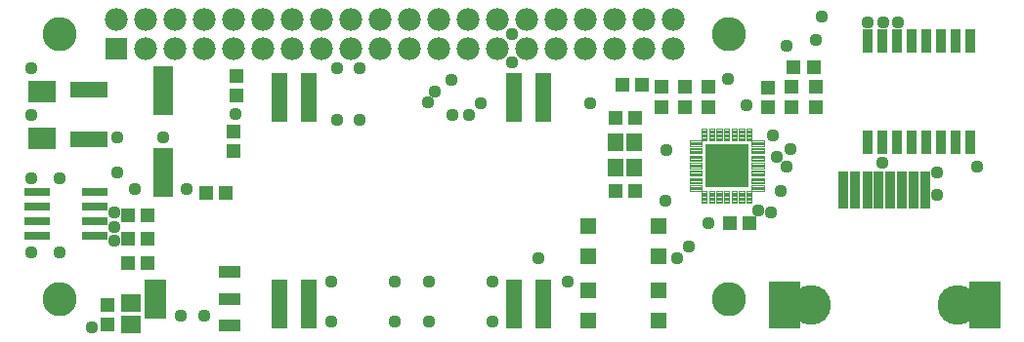
<source format=gts>
G75*
%MOIN*%
%OFA0B0*%
%FSLAX25Y25*%
%IPPOS*%
%LPD*%
%AMOC8*
5,1,8,0,0,1.08239X$1,22.5*
%
%ADD10R,0.05524X0.05524*%
%ADD11R,0.07099X0.16548*%
%ADD12R,0.04737X0.05131*%
%ADD13R,0.06706X0.05918*%
%ADD14R,0.05131X0.04737*%
%ADD15R,0.08600X0.03000*%
%ADD16R,0.09304X0.07808*%
%ADD17C,0.00436*%
%ADD18R,0.14638X0.14638*%
%ADD19R,0.12800X0.05800*%
%ADD20R,0.05524X0.06312*%
%ADD21R,0.07800X0.07800*%
%ADD22C,0.07800*%
%ADD23C,0.11627*%
%ADD24R,0.03202X0.12808*%
%ADD25R,0.10643X0.16154*%
%ADD26C,0.13595*%
%ADD27R,0.05721X0.16548*%
%ADD28R,0.07200X0.04300*%
%ADD29R,0.07200X0.13300*%
%ADD30R,0.03320X0.08320*%
%ADD31C,0.04369*%
D10*
X0244552Y0021297D03*
X0244552Y0031533D03*
X0244552Y0043383D03*
X0244552Y0053619D03*
X0268567Y0053619D03*
X0268567Y0043383D03*
X0268567Y0031533D03*
X0268567Y0021297D03*
D11*
X0099552Y0072163D03*
X0099552Y0100115D03*
D12*
X0124630Y0098265D03*
X0124630Y0104958D03*
X0123607Y0085982D03*
X0123607Y0079289D03*
X0120851Y0064958D03*
X0114158Y0064958D03*
X0094197Y0057281D03*
X0087504Y0057281D03*
X0087544Y0049210D03*
X0094237Y0049210D03*
X0094315Y0041100D03*
X0087623Y0041100D03*
X0080497Y0026533D03*
X0080497Y0019840D03*
X0256245Y0101887D03*
X0262937Y0101887D03*
X0269473Y0101178D03*
X0269473Y0094486D03*
D13*
X0088567Y0027320D03*
X0088567Y0019840D03*
D14*
X0253961Y0065706D03*
X0260654Y0065706D03*
X0292977Y0054643D03*
X0299670Y0054643D03*
X0260772Y0090706D03*
X0254079Y0090706D03*
X0277465Y0094486D03*
X0285536Y0094486D03*
X0285536Y0101178D03*
X0277465Y0101178D03*
X0305969Y0101100D03*
X0314079Y0101178D03*
X0322150Y0101178D03*
X0322150Y0094486D03*
X0314079Y0094486D03*
X0305969Y0094407D03*
X0314788Y0108029D03*
X0321481Y0108029D03*
D15*
X0076141Y0065371D03*
X0076141Y0060371D03*
X0076141Y0055371D03*
X0076141Y0050371D03*
X0056741Y0050371D03*
X0056741Y0055371D03*
X0056741Y0060371D03*
X0056741Y0065371D03*
D16*
X0058174Y0083738D03*
X0058174Y0099761D03*
D17*
X0279173Y0082876D02*
X0283237Y0082876D01*
X0283237Y0081134D01*
X0279173Y0081134D01*
X0279173Y0082876D01*
X0279173Y0081569D02*
X0283237Y0081569D01*
X0283237Y0082004D02*
X0279173Y0082004D01*
X0279173Y0082439D02*
X0283237Y0082439D01*
X0283237Y0082874D02*
X0279173Y0082874D01*
X0279173Y0080317D02*
X0283237Y0080317D01*
X0283237Y0078575D01*
X0279173Y0078575D01*
X0279173Y0080317D01*
X0279173Y0079010D02*
X0283237Y0079010D01*
X0283237Y0079445D02*
X0279173Y0079445D01*
X0279173Y0079880D02*
X0283237Y0079880D01*
X0283237Y0080315D02*
X0279173Y0080315D01*
X0279173Y0077758D02*
X0283237Y0077758D01*
X0283237Y0076016D01*
X0279173Y0076016D01*
X0279173Y0077758D01*
X0279173Y0076451D02*
X0283237Y0076451D01*
X0283237Y0076886D02*
X0279173Y0076886D01*
X0279173Y0077321D02*
X0283237Y0077321D01*
X0283237Y0077756D02*
X0279173Y0077756D01*
X0279173Y0075199D02*
X0283237Y0075199D01*
X0283237Y0073457D01*
X0279173Y0073457D01*
X0279173Y0075199D01*
X0279173Y0073892D02*
X0283237Y0073892D01*
X0283237Y0074327D02*
X0279173Y0074327D01*
X0279173Y0074762D02*
X0283237Y0074762D01*
X0283237Y0075197D02*
X0279173Y0075197D01*
X0279173Y0072640D02*
X0283237Y0072640D01*
X0283237Y0070898D01*
X0279173Y0070898D01*
X0279173Y0072640D01*
X0279173Y0071333D02*
X0283237Y0071333D01*
X0283237Y0071768D02*
X0279173Y0071768D01*
X0279173Y0072203D02*
X0283237Y0072203D01*
X0283237Y0072638D02*
X0279173Y0072638D01*
X0279173Y0070081D02*
X0283237Y0070081D01*
X0283237Y0068339D01*
X0279173Y0068339D01*
X0279173Y0070081D01*
X0279173Y0068774D02*
X0283237Y0068774D01*
X0283237Y0069209D02*
X0279173Y0069209D01*
X0279173Y0069644D02*
X0283237Y0069644D01*
X0283237Y0070079D02*
X0279173Y0070079D01*
X0279173Y0067522D02*
X0283237Y0067522D01*
X0283237Y0065780D01*
X0279173Y0065780D01*
X0279173Y0067522D01*
X0279173Y0066215D02*
X0283237Y0066215D01*
X0283237Y0066650D02*
X0279173Y0066650D01*
X0279173Y0067085D02*
X0283237Y0067085D01*
X0283237Y0067520D02*
X0279173Y0067520D01*
X0283287Y0065730D02*
X0285029Y0065730D01*
X0285029Y0061666D01*
X0283287Y0061666D01*
X0283287Y0065730D01*
X0283287Y0062101D02*
X0285029Y0062101D01*
X0285029Y0062536D02*
X0283287Y0062536D01*
X0283287Y0062971D02*
X0285029Y0062971D01*
X0285029Y0063406D02*
X0283287Y0063406D01*
X0283287Y0063841D02*
X0285029Y0063841D01*
X0285029Y0064276D02*
X0283287Y0064276D01*
X0283287Y0064711D02*
X0285029Y0064711D01*
X0285029Y0065146D02*
X0283287Y0065146D01*
X0283287Y0065581D02*
X0285029Y0065581D01*
X0285846Y0065730D02*
X0287588Y0065730D01*
X0287588Y0061666D01*
X0285846Y0061666D01*
X0285846Y0065730D01*
X0285846Y0062101D02*
X0287588Y0062101D01*
X0287588Y0062536D02*
X0285846Y0062536D01*
X0285846Y0062971D02*
X0287588Y0062971D01*
X0287588Y0063406D02*
X0285846Y0063406D01*
X0285846Y0063841D02*
X0287588Y0063841D01*
X0287588Y0064276D02*
X0285846Y0064276D01*
X0285846Y0064711D02*
X0287588Y0064711D01*
X0287588Y0065146D02*
X0285846Y0065146D01*
X0285846Y0065581D02*
X0287588Y0065581D01*
X0288405Y0065730D02*
X0290147Y0065730D01*
X0290147Y0061666D01*
X0288405Y0061666D01*
X0288405Y0065730D01*
X0288405Y0062101D02*
X0290147Y0062101D01*
X0290147Y0062536D02*
X0288405Y0062536D01*
X0288405Y0062971D02*
X0290147Y0062971D01*
X0290147Y0063406D02*
X0288405Y0063406D01*
X0288405Y0063841D02*
X0290147Y0063841D01*
X0290147Y0064276D02*
X0288405Y0064276D01*
X0288405Y0064711D02*
X0290147Y0064711D01*
X0290147Y0065146D02*
X0288405Y0065146D01*
X0288405Y0065581D02*
X0290147Y0065581D01*
X0290964Y0065730D02*
X0292706Y0065730D01*
X0292706Y0061666D01*
X0290964Y0061666D01*
X0290964Y0065730D01*
X0290964Y0062101D02*
X0292706Y0062101D01*
X0292706Y0062536D02*
X0290964Y0062536D01*
X0290964Y0062971D02*
X0292706Y0062971D01*
X0292706Y0063406D02*
X0290964Y0063406D01*
X0290964Y0063841D02*
X0292706Y0063841D01*
X0292706Y0064276D02*
X0290964Y0064276D01*
X0290964Y0064711D02*
X0292706Y0064711D01*
X0292706Y0065146D02*
X0290964Y0065146D01*
X0290964Y0065581D02*
X0292706Y0065581D01*
X0293523Y0065730D02*
X0295265Y0065730D01*
X0295265Y0061666D01*
X0293523Y0061666D01*
X0293523Y0065730D01*
X0293523Y0062101D02*
X0295265Y0062101D01*
X0295265Y0062536D02*
X0293523Y0062536D01*
X0293523Y0062971D02*
X0295265Y0062971D01*
X0295265Y0063406D02*
X0293523Y0063406D01*
X0293523Y0063841D02*
X0295265Y0063841D01*
X0295265Y0064276D02*
X0293523Y0064276D01*
X0293523Y0064711D02*
X0295265Y0064711D01*
X0295265Y0065146D02*
X0293523Y0065146D01*
X0293523Y0065581D02*
X0295265Y0065581D01*
X0296082Y0065730D02*
X0297824Y0065730D01*
X0297824Y0061666D01*
X0296082Y0061666D01*
X0296082Y0065730D01*
X0296082Y0062101D02*
X0297824Y0062101D01*
X0297824Y0062536D02*
X0296082Y0062536D01*
X0296082Y0062971D02*
X0297824Y0062971D01*
X0297824Y0063406D02*
X0296082Y0063406D01*
X0296082Y0063841D02*
X0297824Y0063841D01*
X0297824Y0064276D02*
X0296082Y0064276D01*
X0296082Y0064711D02*
X0297824Y0064711D01*
X0297824Y0065146D02*
X0296082Y0065146D01*
X0296082Y0065581D02*
X0297824Y0065581D01*
X0298641Y0065730D02*
X0300383Y0065730D01*
X0300383Y0061666D01*
X0298641Y0061666D01*
X0298641Y0065730D01*
X0298641Y0062101D02*
X0300383Y0062101D01*
X0300383Y0062536D02*
X0298641Y0062536D01*
X0298641Y0062971D02*
X0300383Y0062971D01*
X0300383Y0063406D02*
X0298641Y0063406D01*
X0298641Y0063841D02*
X0300383Y0063841D01*
X0300383Y0064276D02*
X0298641Y0064276D01*
X0298641Y0064711D02*
X0300383Y0064711D01*
X0300383Y0065146D02*
X0298641Y0065146D01*
X0298641Y0065581D02*
X0300383Y0065581D01*
X0300433Y0067522D02*
X0304497Y0067522D01*
X0304497Y0065780D01*
X0300433Y0065780D01*
X0300433Y0067522D01*
X0300433Y0066215D02*
X0304497Y0066215D01*
X0304497Y0066650D02*
X0300433Y0066650D01*
X0300433Y0067085D02*
X0304497Y0067085D01*
X0304497Y0067520D02*
X0300433Y0067520D01*
X0300433Y0070081D02*
X0304497Y0070081D01*
X0304497Y0068339D01*
X0300433Y0068339D01*
X0300433Y0070081D01*
X0300433Y0068774D02*
X0304497Y0068774D01*
X0304497Y0069209D02*
X0300433Y0069209D01*
X0300433Y0069644D02*
X0304497Y0069644D01*
X0304497Y0070079D02*
X0300433Y0070079D01*
X0300433Y0072640D02*
X0304497Y0072640D01*
X0304497Y0070898D01*
X0300433Y0070898D01*
X0300433Y0072640D01*
X0300433Y0071333D02*
X0304497Y0071333D01*
X0304497Y0071768D02*
X0300433Y0071768D01*
X0300433Y0072203D02*
X0304497Y0072203D01*
X0304497Y0072638D02*
X0300433Y0072638D01*
X0300433Y0075199D02*
X0304497Y0075199D01*
X0304497Y0073457D01*
X0300433Y0073457D01*
X0300433Y0075199D01*
X0300433Y0073892D02*
X0304497Y0073892D01*
X0304497Y0074327D02*
X0300433Y0074327D01*
X0300433Y0074762D02*
X0304497Y0074762D01*
X0304497Y0075197D02*
X0300433Y0075197D01*
X0300433Y0077758D02*
X0304497Y0077758D01*
X0304497Y0076016D01*
X0300433Y0076016D01*
X0300433Y0077758D01*
X0300433Y0076451D02*
X0304497Y0076451D01*
X0304497Y0076886D02*
X0300433Y0076886D01*
X0300433Y0077321D02*
X0304497Y0077321D01*
X0304497Y0077756D02*
X0300433Y0077756D01*
X0300433Y0080317D02*
X0304497Y0080317D01*
X0304497Y0078575D01*
X0300433Y0078575D01*
X0300433Y0080317D01*
X0300433Y0079010D02*
X0304497Y0079010D01*
X0304497Y0079445D02*
X0300433Y0079445D01*
X0300433Y0079880D02*
X0304497Y0079880D01*
X0304497Y0080315D02*
X0300433Y0080315D01*
X0300433Y0082876D02*
X0304497Y0082876D01*
X0304497Y0081134D01*
X0300433Y0081134D01*
X0300433Y0082876D01*
X0300433Y0081569D02*
X0304497Y0081569D01*
X0304497Y0082004D02*
X0300433Y0082004D01*
X0300433Y0082439D02*
X0304497Y0082439D01*
X0304497Y0082874D02*
X0300433Y0082874D01*
X0300383Y0086990D02*
X0298641Y0086990D01*
X0300383Y0086990D02*
X0300383Y0082926D01*
X0298641Y0082926D01*
X0298641Y0086990D01*
X0298641Y0083361D02*
X0300383Y0083361D01*
X0300383Y0083796D02*
X0298641Y0083796D01*
X0298641Y0084231D02*
X0300383Y0084231D01*
X0300383Y0084666D02*
X0298641Y0084666D01*
X0298641Y0085101D02*
X0300383Y0085101D01*
X0300383Y0085536D02*
X0298641Y0085536D01*
X0298641Y0085971D02*
X0300383Y0085971D01*
X0300383Y0086406D02*
X0298641Y0086406D01*
X0298641Y0086841D02*
X0300383Y0086841D01*
X0297824Y0086990D02*
X0296082Y0086990D01*
X0297824Y0086990D02*
X0297824Y0082926D01*
X0296082Y0082926D01*
X0296082Y0086990D01*
X0296082Y0083361D02*
X0297824Y0083361D01*
X0297824Y0083796D02*
X0296082Y0083796D01*
X0296082Y0084231D02*
X0297824Y0084231D01*
X0297824Y0084666D02*
X0296082Y0084666D01*
X0296082Y0085101D02*
X0297824Y0085101D01*
X0297824Y0085536D02*
X0296082Y0085536D01*
X0296082Y0085971D02*
X0297824Y0085971D01*
X0297824Y0086406D02*
X0296082Y0086406D01*
X0296082Y0086841D02*
X0297824Y0086841D01*
X0295265Y0086990D02*
X0293523Y0086990D01*
X0295265Y0086990D02*
X0295265Y0082926D01*
X0293523Y0082926D01*
X0293523Y0086990D01*
X0293523Y0083361D02*
X0295265Y0083361D01*
X0295265Y0083796D02*
X0293523Y0083796D01*
X0293523Y0084231D02*
X0295265Y0084231D01*
X0295265Y0084666D02*
X0293523Y0084666D01*
X0293523Y0085101D02*
X0295265Y0085101D01*
X0295265Y0085536D02*
X0293523Y0085536D01*
X0293523Y0085971D02*
X0295265Y0085971D01*
X0295265Y0086406D02*
X0293523Y0086406D01*
X0293523Y0086841D02*
X0295265Y0086841D01*
X0292706Y0086990D02*
X0290964Y0086990D01*
X0292706Y0086990D02*
X0292706Y0082926D01*
X0290964Y0082926D01*
X0290964Y0086990D01*
X0290964Y0083361D02*
X0292706Y0083361D01*
X0292706Y0083796D02*
X0290964Y0083796D01*
X0290964Y0084231D02*
X0292706Y0084231D01*
X0292706Y0084666D02*
X0290964Y0084666D01*
X0290964Y0085101D02*
X0292706Y0085101D01*
X0292706Y0085536D02*
X0290964Y0085536D01*
X0290964Y0085971D02*
X0292706Y0085971D01*
X0292706Y0086406D02*
X0290964Y0086406D01*
X0290964Y0086841D02*
X0292706Y0086841D01*
X0290147Y0086990D02*
X0288405Y0086990D01*
X0290147Y0086990D02*
X0290147Y0082926D01*
X0288405Y0082926D01*
X0288405Y0086990D01*
X0288405Y0083361D02*
X0290147Y0083361D01*
X0290147Y0083796D02*
X0288405Y0083796D01*
X0288405Y0084231D02*
X0290147Y0084231D01*
X0290147Y0084666D02*
X0288405Y0084666D01*
X0288405Y0085101D02*
X0290147Y0085101D01*
X0290147Y0085536D02*
X0288405Y0085536D01*
X0288405Y0085971D02*
X0290147Y0085971D01*
X0290147Y0086406D02*
X0288405Y0086406D01*
X0288405Y0086841D02*
X0290147Y0086841D01*
X0287588Y0086990D02*
X0285846Y0086990D01*
X0287588Y0086990D02*
X0287588Y0082926D01*
X0285846Y0082926D01*
X0285846Y0086990D01*
X0285846Y0083361D02*
X0287588Y0083361D01*
X0287588Y0083796D02*
X0285846Y0083796D01*
X0285846Y0084231D02*
X0287588Y0084231D01*
X0287588Y0084666D02*
X0285846Y0084666D01*
X0285846Y0085101D02*
X0287588Y0085101D01*
X0287588Y0085536D02*
X0285846Y0085536D01*
X0285846Y0085971D02*
X0287588Y0085971D01*
X0287588Y0086406D02*
X0285846Y0086406D01*
X0285846Y0086841D02*
X0287588Y0086841D01*
X0285029Y0086990D02*
X0283287Y0086990D01*
X0285029Y0086990D02*
X0285029Y0082926D01*
X0283287Y0082926D01*
X0283287Y0086990D01*
X0283287Y0083361D02*
X0285029Y0083361D01*
X0285029Y0083796D02*
X0283287Y0083796D01*
X0283287Y0084231D02*
X0285029Y0084231D01*
X0285029Y0084666D02*
X0283287Y0084666D01*
X0283287Y0085101D02*
X0285029Y0085101D01*
X0285029Y0085536D02*
X0283287Y0085536D01*
X0283287Y0085971D02*
X0285029Y0085971D01*
X0285029Y0086406D02*
X0283287Y0086406D01*
X0283287Y0086841D02*
X0285029Y0086841D01*
D18*
X0291835Y0074328D03*
D19*
X0074394Y0083230D03*
X0074394Y0100230D03*
D20*
X0254079Y0082360D03*
X0260378Y0082360D03*
X0260378Y0073698D03*
X0254079Y0073698D03*
D21*
X0083489Y0114367D03*
D22*
X0093489Y0114367D03*
X0103489Y0114367D03*
X0113489Y0114367D03*
X0123489Y0114367D03*
X0133489Y0114367D03*
X0143489Y0114367D03*
X0153489Y0114367D03*
X0163489Y0114367D03*
X0173489Y0114367D03*
X0183489Y0114367D03*
X0193489Y0114367D03*
X0203489Y0114367D03*
X0213489Y0114367D03*
X0223489Y0114367D03*
X0233489Y0114367D03*
X0243489Y0114367D03*
X0253489Y0114367D03*
X0263489Y0114367D03*
X0273489Y0114367D03*
X0273489Y0124367D03*
X0263489Y0124367D03*
X0253489Y0124367D03*
X0243489Y0124367D03*
X0233489Y0124367D03*
X0223489Y0124367D03*
X0213489Y0124367D03*
X0203489Y0124367D03*
X0193489Y0124367D03*
X0183489Y0124367D03*
X0173489Y0124367D03*
X0163489Y0124367D03*
X0153489Y0124367D03*
X0143489Y0124367D03*
X0133489Y0124367D03*
X0123489Y0124367D03*
X0113489Y0124367D03*
X0103489Y0124367D03*
X0093489Y0124367D03*
X0083489Y0124367D03*
D23*
X0064315Y0028816D03*
X0064315Y0119367D03*
X0292662Y0119367D03*
X0292662Y0028816D03*
D24*
X0331678Y0065903D03*
X0335693Y0065903D03*
X0339815Y0065903D03*
X0343760Y0065903D03*
X0347705Y0065903D03*
X0351756Y0065903D03*
X0355772Y0065903D03*
X0359788Y0065903D03*
D25*
X0379827Y0026572D03*
X0311638Y0026572D03*
D26*
X0320733Y0026612D03*
X0370733Y0026612D03*
D27*
X0229394Y0026848D03*
X0219394Y0026848D03*
X0149394Y0026848D03*
X0139394Y0026848D03*
X0139394Y0097714D03*
X0149394Y0097714D03*
X0219394Y0097714D03*
X0229394Y0097714D03*
D28*
X0122191Y0037916D03*
X0122191Y0028816D03*
X0122191Y0019716D03*
D29*
X0096991Y0028816D03*
D30*
X0340123Y0082419D03*
X0345123Y0082419D03*
X0350123Y0082419D03*
X0355123Y0082419D03*
X0360123Y0082419D03*
X0365123Y0082419D03*
X0370123Y0082419D03*
X0375123Y0082419D03*
X0375123Y0116946D03*
X0370123Y0116946D03*
X0365123Y0116946D03*
X0360123Y0116946D03*
X0355123Y0116946D03*
X0350123Y0116946D03*
X0345123Y0116946D03*
X0340123Y0116946D03*
D31*
X0340103Y0123304D03*
X0345221Y0123304D03*
X0350142Y0123304D03*
X0324158Y0125273D03*
X0322189Y0117399D03*
X0312347Y0115430D03*
X0292268Y0104013D03*
X0298567Y0095155D03*
X0307623Y0084525D03*
X0313528Y0079997D03*
X0308804Y0077438D03*
X0312347Y0074092D03*
X0310378Y0065627D03*
X0306835Y0058344D03*
X0302504Y0059131D03*
X0285772Y0054604D03*
X0278882Y0046533D03*
X0274945Y0042596D03*
X0271008Y0062281D03*
X0286953Y0069564D03*
X0296796Y0069564D03*
X0296796Y0079210D03*
X0286953Y0079210D03*
X0271402Y0079604D03*
X0245418Y0095745D03*
X0218646Y0109525D03*
X0218646Y0119367D03*
X0197977Y0103816D03*
X0192268Y0099682D03*
X0190103Y0095942D03*
X0198371Y0091612D03*
X0204079Y0091808D03*
X0208016Y0095745D03*
X0166678Y0089840D03*
X0158804Y0089840D03*
X0158804Y0107556D03*
X0166678Y0107556D03*
X0124355Y0092005D03*
X0099749Y0083934D03*
X0084000Y0083934D03*
X0084000Y0072123D03*
X0089906Y0066218D03*
X0083016Y0058344D03*
X0083016Y0053226D03*
X0083016Y0048501D03*
X0064315Y0044564D03*
X0054473Y0044564D03*
X0054473Y0070155D03*
X0064315Y0070155D03*
X0054473Y0091808D03*
X0054473Y0107556D03*
X0107623Y0066218D03*
X0156835Y0034722D03*
X0156835Y0020942D03*
X0178489Y0020942D03*
X0190300Y0020942D03*
X0211953Y0020942D03*
X0211953Y0034722D03*
X0227701Y0042596D03*
X0237544Y0034722D03*
X0190300Y0034722D03*
X0178489Y0034722D03*
X0113528Y0022911D03*
X0105654Y0022911D03*
X0075339Y0018974D03*
X0345024Y0075273D03*
X0363528Y0072123D03*
X0363528Y0064249D03*
X0377308Y0074092D03*
M02*

</source>
